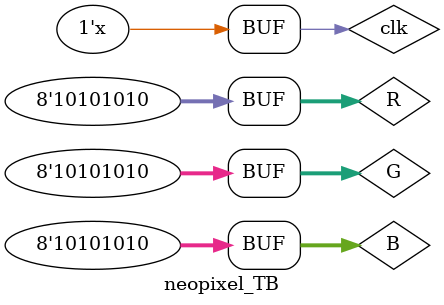
<source format=sv>
`timescale 1ns/1ns
module neopixel_TB();

logic clk;

reg [7:0] R, G, B;
logic out;

NEOPIX neo(clk, {B, R, G}, out);

always #31.25 clk = !clk;


initial begin

$dumpfile("waves.vcd");
$dumpvars;

clk = 0;

R = 8'b10101010;
G = 8'b10101010;
B = 8'b10101010;

#10;

#500;

end




endmodule
</source>
